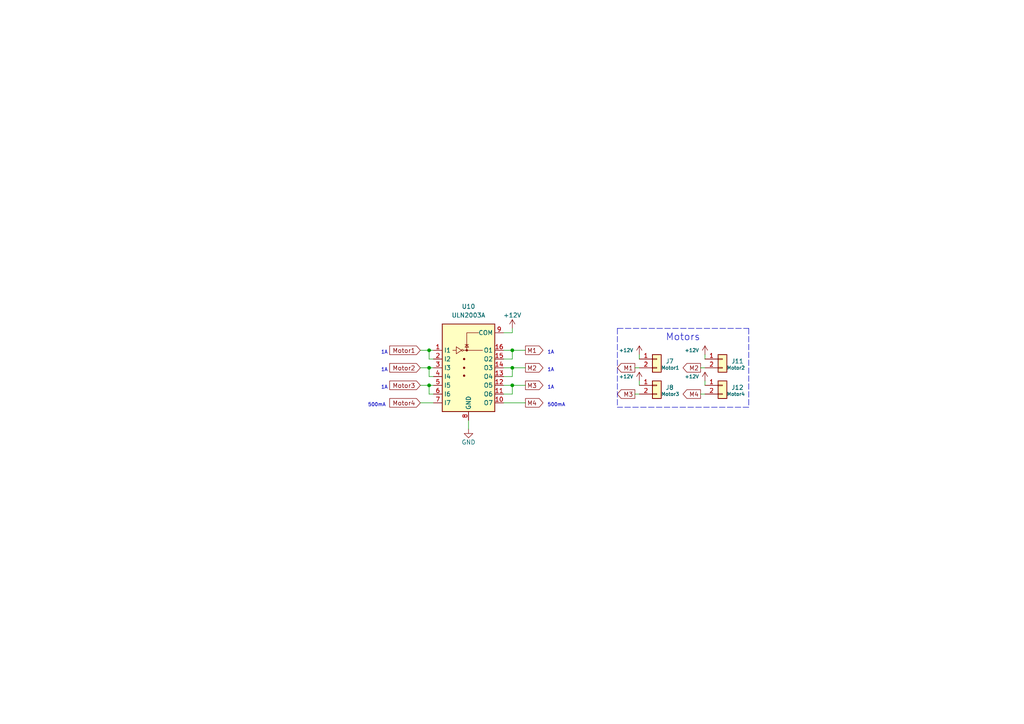
<source format=kicad_sch>
(kicad_sch (version 20211123) (generator eeschema)
  (paper "A4")
  (lib_symbols
    (symbol "Connector_Generic:Conn_01x02" (pin_names (offset 1.016) hide)
      (property "Reference" "J" (at 0 2.54 0))
      (property "Value" "Conn_01x02" (at 0 -5.08 0))
      (symbol "Conn_01x02_1_1"
        (rectangle (start -1.27 -2.413) (end 0 -2.667) (stroke (width 0.1524)))
        (rectangle (start -1.27 0.127) (end 0 -0.127) (stroke (width 0.1524)))
        (rectangle (start -1.27 1.27) (end 1.27 -3.81) (stroke (width 0.254)) (fill (type background)))
        (pin passive line (at -5.08 0 0) (length 3.81) (name "Pin_1") (number "1"))
        (pin passive line (at -5.08 -2.54 0) (length 3.81) (name "Pin_2") (number "2"))
      )
    )
    (symbol "Transistor_Array:ULN2003A"
      (property "Reference" "U" (at 0 15.875 0))
      (property "Value" "ULN2003A" (at 0 13.97 0))
      (symbol "ULN2003A_0_1"
        (rectangle (start -7.62 -12.7) (end 7.62 12.7) (stroke (width 0.254)) (fill (type background)))
        (circle (center -1.778 5.08) (radius 0.254))
        (circle (center -1.27 -2.286) (radius 0.254) (fill (type outline)))
        (circle (center -1.27 0) (radius 0.254) (fill (type outline)))
        (circle (center -1.27 2.54) (radius 0.254) (fill (type outline)))
        (circle (center -0.508 5.08) (radius 0.254) (fill (type outline)))
        (polyline (pts (xy -4.572 5.08) (xy -3.556 5.08)))
        (polyline (pts (xy -1.524 5.08) (xy 4.064 5.08)))
        (polyline (pts (xy 0 6.731) (xy -1.016 6.731)))
        (polyline (pts (xy -0.508 5.08) (xy -0.508 10.16) (xy 2.921 10.16)))
        (polyline (pts (xy -3.556 6.096) (xy -3.556 4.064) (xy -2.032 5.08) (xy -3.556 6.096)))
        (polyline (pts (xy 0 5.969) (xy -1.016 5.969) (xy -0.508 6.731) (xy 0 5.969)))
      )
      (symbol "ULN2003A_1_1"
        (pin input line (at -10.16 5.08 0) (length 2.54) (name "I1") (number "1"))
        (pin open_collector line (at 10.16 -10.16 180) (length 2.54) (name "O7") (number "10"))
        (pin open_collector line (at 10.16 -7.62 180) (length 2.54) (name "O6") (number "11"))
        (pin open_collector line (at 10.16 -5.08 180) (length 2.54) (name "O5") (number "12"))
        (pin open_collector line (at 10.16 -2.54 180) (length 2.54) (name "O4") (number "13"))
        (pin open_collector line (at 10.16 0 180) (length 2.54) (name "O3") (number "14"))
        (pin open_collector line (at 10.16 2.54 180) (length 2.54) (name "O2") (number "15"))
        (pin open_collector line (at 10.16 5.08 180) (length 2.54) (name "O1") (number "16"))
        (pin input line (at -10.16 2.54 0) (length 2.54) (name "I2") (number "2"))
        (pin input line (at -10.16 0 0) (length 2.54) (name "I3") (number "3"))
        (pin input line (at -10.16 -2.54 0) (length 2.54) (name "I4") (number "4"))
        (pin input line (at -10.16 -5.08 0) (length 2.54) (name "I5") (number "5"))
        (pin input line (at -10.16 -7.62 0) (length 2.54) (name "I6") (number "6"))
        (pin input line (at -10.16 -10.16 0) (length 2.54) (name "I7") (number "7"))
        (pin power_in line (at 0 -15.24 90) (length 2.54) (name "GND") (number "8"))
        (pin passive line (at 10.16 10.16 180) (length 2.54) (name "COM") (number "9"))
      )
    )
    (symbol "power:+12V" (power) (pin_names (offset 0))
      (property "Value" "+12V" (at 0 3.556 0))
      (symbol "+12V_0_1"
        (polyline (pts (xy -0.762 1.27) (xy 0 2.54)))
        (polyline (pts (xy 0 0) (xy 0 2.54)))
        (polyline (pts (xy 0 2.54) (xy 0.762 1.27)))
      )
      (symbol "+12V_1_1"
        (pin power_in line (at 0 0 90) (length 0) hide (name "+12V") (number "1"))
      )
    )
    (symbol "power:GND" (power) (pin_names (offset 0))
      (property "Value" "GND" (at 0 -3.81 0))
      (symbol "GND_0_1"
        (polyline (pts (xy 0 0) (xy 0 -1.27) (xy 1.27 -1.27) (xy 0 -2.54) (xy -1.27 -1.27) (xy 0 -1.27)))
      )
      (symbol "GND_1_1"
        (pin power_in line (at 0 0 270) (length 0) hide (name "GND") (number "1"))
      )
    )
  )
  (junction (at 148.59 101.6))
  (junction (at 124.46 101.6))
  (junction (at 148.59 111.76))
  (junction (at 124.46 111.76))
  (junction (at 148.59 106.68))
  (junction (at 124.46 106.68))
  (polyline (pts (xy 179.07 95.25) (xy 179.07 118.11)))
  (wire (pts (xy 148.59 109.22) (xy 148.59 106.68)))
  (wire (pts (xy 203.2 114.3) (xy 204.47 114.3)))
  (wire (pts (xy 125.73 109.22) (xy 124.46 109.22)))
  (wire (pts (xy 148.59 111.76) (xy 146.05 111.76)))
  (wire (pts (xy 124.46 111.76) (xy 125.73 111.76)))
  (wire (pts (xy 146.05 109.22) (xy 148.59 109.22)))
  (wire (pts (xy 124.46 114.3) (xy 124.46 111.76)))
  (polyline (pts (xy 179.07 95.25) (xy 217.17 95.25)))
  (wire (pts (xy 146.05 104.14) (xy 148.59 104.14)))
  (wire (pts (xy 204.47 110.49) (xy 204.47 111.76)))
  (wire (pts (xy 124.46 106.68) (xy 124.46 109.22)))
  (wire (pts (xy 152.4 101.6) (xy 148.59 101.6)))
  (wire (pts (xy 125.73 114.3) (xy 124.46 114.3)))
  (wire (pts (xy 124.46 104.14) (xy 125.73 104.14)))
  (polyline (pts (xy 217.17 95.25) (xy 217.17 118.11)))
  (wire (pts (xy 146.05 114.3) (xy 148.59 114.3)))
  (wire (pts (xy 184.15 114.3) (xy 185.42 114.3)))
  (wire (pts (xy 148.59 106.68) (xy 146.05 106.68)))
  (wire (pts (xy 148.59 96.52) (xy 148.59 95.25)))
  (wire (pts (xy 185.42 110.49) (xy 185.42 111.76)))
  (polyline (pts (xy 217.17 118.11) (xy 179.07 118.11)))
  (wire (pts (xy 146.05 96.52) (xy 148.59 96.52)))
  (wire (pts (xy 152.4 106.68) (xy 148.59 106.68)))
  (wire (pts (xy 184.15 106.68) (xy 185.42 106.68)))
  (wire (pts (xy 121.92 116.84) (xy 125.73 116.84)))
  (wire (pts (xy 185.42 102.87) (xy 185.42 104.14)))
  (wire (pts (xy 121.92 101.6) (xy 124.46 101.6)))
  (wire (pts (xy 121.92 106.68) (xy 124.46 106.68)))
  (wire (pts (xy 148.59 104.14) (xy 148.59 101.6)))
  (wire (pts (xy 148.59 101.6) (xy 146.05 101.6)))
  (wire (pts (xy 152.4 111.76) (xy 148.59 111.76)))
  (wire (pts (xy 124.46 101.6) (xy 125.73 101.6)))
  (wire (pts (xy 146.05 116.84) (xy 152.4 116.84)))
  (wire (pts (xy 135.89 121.92) (xy 135.89 124.46)))
  (wire (pts (xy 203.2 106.68) (xy 204.47 106.68)))
  (wire (pts (xy 148.59 114.3) (xy 148.59 111.76)))
  (wire (pts (xy 124.46 104.14) (xy 124.46 101.6)))
  (wire (pts (xy 204.47 102.87) (xy 204.47 104.14)))
  (wire (pts (xy 124.46 106.68) (xy 125.73 106.68)))
  (wire (pts (xy 121.92 111.76) (xy 124.46 111.76)))
  (text "1A\n" (at 110.49 113.03 0) (effects (font (size 1 1)) (justify left bottom)))
  (text "1A\n" (at 158.75 102.87 0) (effects (font (size 1 1)) (justify left bottom)))
  (text "500mA" (at 158.75 118.11 0) (effects (font (size 1 1)) (justify left bottom)))
  (text "1A\n" (at 110.49 102.87 0) (effects (font (size 1 1)) (justify left bottom)))
  (text "1A\n" (at 158.75 113.03 0) (effects (font (size 1 1)) (justify left bottom)))
  (text "Motors\n" (at 193.04 99.06 0) (effects (font (size 2 2)) (justify left bottom)))
  (text "500mA" (at 106.68 118.11 0) (effects (font (size 1 1)) (justify left bottom)))
  (text "1A\n" (at 110.49 107.95 0) (effects (font (size 1 1)) (justify left bottom)))
  (text "1A\n" (at 158.75 107.95 0) (effects (font (size 1 1)) (justify left bottom)))
  (global_label "M3" (shape output) (at 184.15 114.3 180) (property "Intersheet References" "${INTERSHEET_REFS}" (effects hide)))
  (global_label "Motor1" (shape input) (at 121.92 101.6 180) (property "Intersheet References" "${INTERSHEET_REFS}" (effects hide)))
  (global_label "Motor4" (shape input) (at 121.92 116.84 180) (property "Intersheet References" "${INTERSHEET_REFS}" (effects hide)))
  (global_label "M2" (shape output) (at 152.4 106.68 0) (property "Intersheet References" "${INTERSHEET_REFS}" (effects hide)))
  (global_label "M3" (shape output) (at 152.4 111.76 0) (property "Intersheet References" "${INTERSHEET_REFS}" (effects hide)))
  (global_label "M1" (shape output) (at 152.4 101.6 0) (property "Intersheet References" "${INTERSHEET_REFS}" (effects hide)))
  (global_label "Motor3" (shape input) (at 121.92 111.76 180) (property "Intersheet References" "${INTERSHEET_REFS}" (effects hide)))
  (global_label "M1" (shape output) (at 184.15 106.68 180) (property "Intersheet References" "${INTERSHEET_REFS}" (effects hide)))
  (global_label "Motor2" (shape input) (at 121.92 106.68 180) (property "Intersheet References" "${INTERSHEET_REFS}" (effects hide)))
  (global_label "M4" (shape output) (at 203.2 114.3 180) (property "Intersheet References" "${INTERSHEET_REFS}" (effects hide)))
  (global_label "M4" (shape output) (at 152.4 116.84 0) (property "Intersheet References" "${INTERSHEET_REFS}" (effects hide)))
  (global_label "M2" (shape output) (at 203.2 106.68 180) (property "Intersheet References" "${INTERSHEET_REFS}" (effects hide)))
  (symbol (lib_id "power:+12V") (at 204.47 102.87 0) (unit 1)
    (property "Reference" "#PWR0137" (effects hide))
    (property "Value" "+12V" (at 200.66 101.6 0) (effects (font (size 1 1))))
  )
  (symbol (lib_id "power:+12V") (at 185.42 110.49 0) (unit 1)
    (property "Reference" "#PWR0130" (effects hide))
    (property "Value" "+12V" (at 181.61 109.22 0) (effects (font (size 1 1))))
  )
  (symbol (lib_id "Connector_Generic:Conn_01x02") (at 209.55 111.76 0) (unit 1)
    (property "Reference" "J12" (at 212.09 112.3949 0) (effects (justify left)))
    (property "Value" "Motor4" (at 210.82 114.3 0) (effects (font (size 1 1)) (justify left)))
    (property "Footprint" "TerminalBlock:TerminalBlock_bornier-2_P5.08mm" (effects hide))
  )
  (symbol (lib_id "Connector_Generic:Conn_01x02") (at 190.5 104.14 0) (unit 1)
    (property "Reference" "J7" (at 193.04 104.7749 0) (effects (justify left)))
    (property "Value" "Motor1" (at 191.77 106.68 0) (effects (font (size 1 1)) (justify left)))
    (property "Footprint" "TerminalBlock:TerminalBlock_bornier-2_P5.08mm" (effects hide))
  )
  (symbol (lib_id "Transistor_Array:ULN2003A") (at 135.89 106.68 0) (unit 1)
    (property "Reference" "U10" (at 135.89 88.9 0))
    (property "Value" "ULN2003A" (at 135.89 91.44 0))
    (property "Footprint" "Package_SO:SOIC-16_3.9x9.9mm_P1.27mm" (effects hide))
    (property "Datasheet" "http://www.ti.com/lit/ds/symlink/uln2003a.pdf" (effects hide))
  )
  (symbol (lib_id "power:+12V") (at 185.42 102.87 0) (unit 1)
    (property "Reference" "#PWR0129" (effects hide))
    (property "Value" "+12V" (at 181.61 101.6 0) (effects (font (size 1 1))))
  )
  (symbol (lib_id "power:GND") (at 135.89 124.46 0) (unit 1)
    (property "Reference" "#PWR0124" (effects hide))
    (property "Value" "GND" (at 135.89 128.27 0))
  )
  (symbol (lib_id "power:+12V") (at 204.47 110.49 0) (unit 1)
    (property "Reference" "#PWR0138" (effects hide))
    (property "Value" "+12V" (at 200.66 109.22 0) (effects (font (size 1 1))))
  )
  (symbol (lib_id "Connector_Generic:Conn_01x02") (at 190.5 111.76 0) (unit 1)
    (property "Reference" "J8" (at 193.04 112.3949 0) (effects (justify left)))
    (property "Value" "Motor3" (at 191.77 114.3 0) (effects (font (size 1 1)) (justify left)))
    (property "Footprint" "TerminalBlock:TerminalBlock_bornier-2_P5.08mm" (effects hide))
  )
  (symbol (lib_id "Connector_Generic:Conn_01x02") (at 209.55 104.14 0) (unit 1)
    (property "Reference" "J11" (at 212.09 104.7749 0) (effects (justify left)))
    (property "Value" "Motor2" (at 210.82 106.68 0) (effects (font (size 1 1)) (justify left)))
    (property "Footprint" "TerminalBlock:TerminalBlock_bornier-2_P5.08mm" (effects hide))
  )
  (symbol (lib_id "power:+12V") (at 148.59 95.25 0) (unit 1)
    (property "Reference" "#PWR0125" (effects hide))
    (property "Value" "+12V" (at 148.59 91.44 0))
  )
)
</source>
